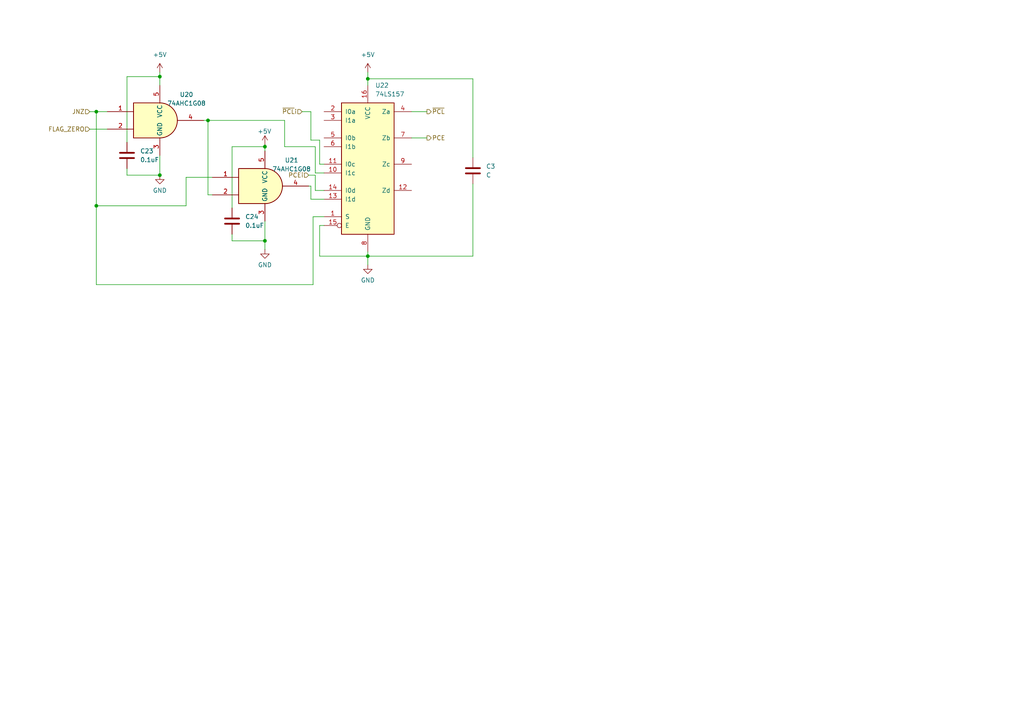
<source format=kicad_sch>
(kicad_sch (version 20250114) (generator "eeschema") (generator_version "9.0")
  (paper "A4")
  (lib_symbols
    (symbol "74xGxx:74AHC1G08"
      (property "Reference" "U" (at -2.54 3.81 0))
      (property "Value" "74AHC1G08" (at 0 -3.81 0))
      (symbol "74AHC1G08_0_1"
        (arc (start 0 5.08) (mid 5.0579 0) (end 0 -5.08) (stroke (width 0.254)) (fill (type background)))
        (polyline (pts (xy 0 -5.08) (xy -7.62 -5.08) (xy -7.62 5.08) (xy 0 5.08)) (stroke (width 0.254)) (fill (type background)))
      )
      (symbol "74AHC1G08_1_1"
        (pin input line (at -15.24 2.54 0) (length 7.62) (name "~") (number "1"))
        (pin input line (at -15.24 -2.54 0) (length 7.62) (name "~") (number "2"))
        (pin power_in line (at 0 10.16 270) (length 5.08) (name "VCC") (number "5"))
        (pin power_in line (at 0 -10.16 90) (length 5.08) (name "GND") (number "3"))
        (pin output line (at 12.7 0 180) (length 7.62) (name "~") (number "4"))
      )
    )
    (symbol "74xx:74LS157" (pin_names (offset 1.016))
      (property "Reference" "U" (at -7.62 19.05 0))
      (property "Value" "74LS157" (at -7.62 -21.59 0))
      (symbol "74LS157_1_0"
        (pin input line (at -12.7 15.24 0) (length 5.08) (name "I0a") (number "2"))
        (pin input line (at -12.7 12.7 0) (length 5.08) (name "I1a") (number "3"))
        (pin input line (at -12.7 7.62 0) (length 5.08) (name "I0b") (number "5"))
        (pin input line (at -12.7 5.08 0) (length 5.08) (name "I1b") (number "6"))
        (pin input line (at -12.7 0 0) (length 5.08) (name "I0c") (number "11"))
        (pin input line (at -12.7 -2.54 0) (length 5.08) (name "I1c") (number "10"))
        (pin input line (at -12.7 -7.62 0) (length 5.08) (name "I0d") (number "14"))
        (pin input line (at -12.7 -10.16 0) (length 5.08) (name "I1d") (number "13"))
        (pin input line (at -12.7 -15.24 0) (length 5.08) (name "S") (number "1"))
        (pin input inverted (at -12.7 -17.78 0) (length 5.08) (name "E") (number "15"))
        (pin power_in line (at 0 22.86 270) (length 5.08) (name "VCC") (number "16"))
        (pin power_in line (at 0 -25.4 90) (length 5.08) (name "GND") (number "8"))
        (pin output line (at 12.7 15.24 180) (length 5.08) (name "Za") (number "4"))
        (pin output line (at 12.7 7.62 180) (length 5.08) (name "Zb") (number "7"))
        (pin output line (at 12.7 0 180) (length 5.08) (name "Zc") (number "9"))
        (pin output line (at 12.7 -7.62 180) (length 5.08) (name "Zd") (number "12"))
      )
      (symbol "74LS157_1_1"
        (rectangle (start -7.62 17.78) (end 7.62 -20.32) (stroke (width 0.254)) (fill (type background)))
      )
    )
    (symbol "Device:C" (pin_numbers (hide yes)) (pin_names (offset 0.254))
      (property "Reference" "C" (at 0.635 2.54 0))
      (property "Value" "C" (at 0.635 -2.54 0))
      (symbol "C_0_1"
        (polyline (pts (xy -2.032 0.762) (xy 2.032 0.762)) (stroke (width 0.508)))
        (polyline (pts (xy -2.032 -0.762) (xy 2.032 -0.762)) (stroke (width 0.508)))
      )
      (symbol "C_1_1"
        (pin passive line (at 0 3.81 270) (length 2.794) (name "~") (number "1"))
        (pin passive line (at 0 -3.81 90) (length 2.794) (name "~") (number "2"))
      )
    )
    (symbol "power:+5V" (power) (pin_numbers (hide yes)) (pin_names (offset 0) (hide yes))
      (property "Value" "+5V" (at 0 3.556 0))
      (symbol "+5V_0_1"
        (polyline (pts (xy -0.762 1.27) (xy 0 2.54)))
        (polyline (pts (xy 0 2.54) (xy 0.762 1.27)))
        (polyline (pts (xy 0 0) (xy 0 2.54)))
      )
      (symbol "+5V_1_1"
        (pin power_in line (at 0 0 90) (length 0) (name "~") (number "1"))
      )
    )
    (symbol "power:GND" (power) (pin_numbers (hide yes)) (pin_names (offset 0) (hide yes))
      (property "Value" "GND" (at 0 -3.81 0))
      (symbol "GND_0_1"
        (polyline (pts (xy 0 0) (xy 0 -1.27) (xy 1.27 -1.27) (xy 0 -2.54) (xy -1.27 -1.27) (xy 0 -1.27)))
      )
      (symbol "GND_1_1"
        (pin power_in line (at 0 0 270) (length 0) (name "~") (number "1"))
      )
    )
  )
  (junction (at 76.835 69.85))
  (junction (at 76.835 42.545))
  (junction (at 27.94 32.385))
  (junction (at 46.355 22.225))
  (junction (at 60.325 34.925))
  (junction (at 106.68 74.295))
  (junction (at 46.355 50.8))
  (junction (at 27.94 59.69))
  (junction (at 106.68 22.86))
  (wire (pts (xy 67.31 69.85) (xy 76.835 69.85)))
  (wire (pts (xy 91.44 50.165) (xy 93.98 50.165)))
  (wire (pts (xy 137.16 53.34) (xy 137.16 74.295)))
  (wire (pts (xy 67.31 42.545) (xy 76.835 42.545)))
  (wire (pts (xy 91.44 42.545) (xy 91.44 50.165)))
  (wire (pts (xy 53.975 51.435) (xy 61.595 51.435)))
  (wire (pts (xy 89.535 53.975) (xy 90.17 53.975)))
  (wire (pts (xy 60.325 34.925) (xy 60.325 56.515)))
  (wire (pts (xy 67.31 60.325) (xy 67.31 42.545)))
  (wire (pts (xy 67.31 67.945) (xy 67.31 69.85)))
  (wire (pts (xy 76.835 42.545) (xy 76.835 43.815)))
  (wire (pts (xy 36.83 22.225) (xy 46.355 22.225)))
  (wire (pts (xy 90.805 82.55) (xy 90.805 62.865)))
  (wire (pts (xy 106.68 22.86) (xy 106.68 24.765)))
  (wire (pts (xy 90.17 57.785) (xy 93.98 57.785)))
  (wire (pts (xy 36.83 50.8) (xy 46.355 50.8)))
  (wire (pts (xy 27.94 32.385) (xy 31.115 32.385)))
  (wire (pts (xy 137.16 22.86) (xy 137.16 45.72)))
  (wire (pts (xy 60.325 56.515) (xy 61.595 56.515)))
  (wire (pts (xy 91.44 50.8) (xy 91.44 55.245)))
  (wire (pts (xy 46.355 45.085) (xy 46.355 50.8)))
  (wire (pts (xy 46.355 20.955) (xy 46.355 22.225)))
  (wire (pts (xy 106.68 22.86) (xy 137.16 22.86)))
  (wire (pts (xy 53.975 59.69) (xy 53.975 51.435)))
  (wire (pts (xy 106.68 20.955) (xy 106.68 22.86)))
  (wire (pts (xy 82.55 42.545) (xy 91.44 42.545)))
  (wire (pts (xy 92.71 65.405) (xy 92.71 74.295)))
  (wire (pts (xy 90.805 62.865) (xy 93.98 62.865)))
  (wire (pts (xy 36.83 41.275) (xy 36.83 22.225)))
  (wire (pts (xy 123.825 40.005) (xy 119.38 40.005)))
  (wire (pts (xy 92.71 40.64) (xy 92.71 47.625)))
  (wire (pts (xy 26.035 32.385) (xy 27.94 32.385)))
  (wire (pts (xy 26.035 37.465) (xy 31.115 37.465)))
  (wire (pts (xy 89.535 50.8) (xy 91.44 50.8)))
  (wire (pts (xy 27.94 32.385) (xy 27.94 59.69)))
  (wire (pts (xy 36.83 48.895) (xy 36.83 50.8)))
  (wire (pts (xy 60.325 34.925) (xy 82.55 34.925)))
  (wire (pts (xy 90.17 32.385) (xy 90.17 40.64)))
  (wire (pts (xy 76.835 64.135) (xy 76.835 69.85)))
  (wire (pts (xy 92.71 74.295) (xy 106.68 74.295)))
  (wire (pts (xy 92.71 65.405) (xy 93.98 65.405)))
  (wire (pts (xy 87.63 32.385) (xy 90.17 32.385)))
  (wire (pts (xy 106.68 73.025) (xy 106.68 74.295)))
  (wire (pts (xy 106.68 74.295) (xy 106.68 76.835)))
  (wire (pts (xy 27.94 59.69) (xy 27.94 82.55)))
  (wire (pts (xy 76.835 41.91) (xy 76.835 42.545)))
  (wire (pts (xy 59.055 34.925) (xy 60.325 34.925)))
  (wire (pts (xy 92.71 47.625) (xy 93.98 47.625)))
  (wire (pts (xy 90.17 40.64) (xy 92.71 40.64)))
  (wire (pts (xy 90.17 53.975) (xy 90.17 57.785)))
  (wire (pts (xy 119.38 32.385) (xy 123.825 32.385)))
  (wire (pts (xy 82.55 34.925) (xy 82.55 42.545)))
  (wire (pts (xy 106.68 74.295) (xy 137.16 74.295)))
  (wire (pts (xy 46.355 22.225) (xy 46.355 24.765)))
  (wire (pts (xy 27.94 82.55) (xy 90.805 82.55)))
  (wire (pts (xy 27.94 59.69) (xy 53.975 59.69)))
  (wire (pts (xy 76.835 69.85) (xy 76.835 72.39)))
  (wire (pts (xy 91.44 55.245) (xy 93.98 55.245)))
  (hierarchical_label "PCEi" (shape input) (at 89.535 50.8 180))
  (hierarchical_label "JNZ" (shape input) (at 26.035 32.385 180))
  (hierarchical_label "PCE" (shape output) (at 123.825 40.005 0))
  (hierarchical_label "~{PCL}i" (shape input) (at 87.63 32.385 180))
  (hierarchical_label "~{PCL}" (shape output) (at 123.825 32.385 0))
  (hierarchical_label "FLAG_ZERO" (shape input) (at 26.035 37.465 180))
  (symbol (lib_id "power:+5V") (at 76.835 41.91 0) (unit 1)
    (property "Reference" "#PWR038" (effects (hide yes)))
    (property "Value" "+5V" (at 76.708 38.1 0))
    (property "Description" "Power symbol creates a global label with name \"+5V\"" (effects (hide yes)))
  )
  (symbol (lib_id "power:GND") (at 106.68 76.835 0) (unit 1)
    (property "Reference" "#PWR041" (effects (hide yes)))
    (property "Value" "GND" (at 106.68 81.28 0))
    (property "Description" "Power symbol creates a global label with name \"GND\" , ground" (effects (hide yes)))
  )
  (symbol (lib_id "74xGxx:74AHC1G08") (at 46.355 34.925 0) (unit 1)
    (property "Reference" "U20" (at 54.102 27.432 0))
    (property "Value" "74AHC1G08" (at 54.102 29.972 0))
    (property "Footprint" "Package_TO_SOT_SMD:SOT-23-5" (effects (hide yes)))
    (property "Datasheet" "http://www.ti.com/lit/sg/scyt129e/scyt129e.pdf" (effects (hide yes)))
    (property "Description" "Single AND Gate, Low-Voltage CMOS" (effects (hide yes)))
  )
  (symbol (lib_id "power:+5V") (at 46.355 20.955 0) (unit 1)
    (property "Reference" "#PWR036" (effects (hide yes)))
    (property "Value" "+5V" (at 46.355 15.875 0))
    (property "Description" "Power symbol creates a global label with name \"+5V\"" (effects (hide yes)))
  )
  (symbol (lib_id "74xx:74LS157") (at 106.68 47.625 0) (unit 1)
    (property "Reference" "U22" (at 108.8233 24.765 0) (effects (justify left)))
    (property "Value" "74LS157" (at 108.8233 27.305 0) (effects (justify left)))
    (property "Footprint" "Package_SO:SOIC-16_3.9x9.9mm_P1.27mm" (effects (hide yes)))
    (property "Datasheet" "http://www.ti.com/lit/gpn/sn74LS157" (effects (hide yes)))
    (property "Description" "Quad 2 to 1 line Multiplexer" (effects (hide yes)))
  )
  (symbol (lib_id "Device:C") (at 137.16 49.53 0) (unit 1)
    (property "Reference" "C3" (at 140.97 48.2599 0) (effects (justify left)))
    (property "Value" "C" (at 140.97 50.7999 0) (effects (justify left)))
    (property "Footprint" "Capacitor_SMD:C_0603_1608Metric" (effects (hide yes)))
    (property "Description" "Unpolarized capacitor" (effects (hide yes)))
  )
  (symbol (lib_id "Device:C") (at 36.83 45.085 0) (unit 1)
    (property "Reference" "C23" (at 40.64 43.8149 0) (effects (justify left)))
    (property "Value" "0.1uF" (at 40.64 46.3549 0) (effects (justify left)))
    (property "Footprint" "Capacitor_SMD:C_0603_1608Metric" (effects (hide yes)))
    (property "Description" "Unpolarized capacitor" (effects (hide yes)))
  )
  (symbol (lib_id "74xGxx:74AHC1G08") (at 76.835 53.975 0) (unit 1)
    (property "Reference" "U21" (at 84.582 46.482 0))
    (property "Value" "74AHC1G08" (at 84.582 49.022 0))
    (property "Footprint" "Package_TO_SOT_SMD:SOT-23-5" (effects (hide yes)))
    (property "Datasheet" "http://www.ti.com/lit/sg/scyt129e/scyt129e.pdf" (effects (hide yes)))
    (property "Description" "Single AND Gate, Low-Voltage CMOS" (effects (hide yes)))
  )
  (symbol (lib_id "power:GND") (at 46.355 50.8 0) (unit 1)
    (property "Reference" "#PWR037" (effects (hide yes)))
    (property "Value" "GND" (at 46.355 55.245 0))
    (property "Description" "Power symbol creates a global label with name \"GND\" , ground" (effects (hide yes)))
  )
  (symbol (lib_id "Device:C") (at 67.31 64.135 0) (unit 1)
    (property "Reference" "C24" (at 71.12 62.8649 0) (effects (justify left)))
    (property "Value" "0.1uF" (at 71.12 65.4049 0) (effects (justify left)))
    (property "Footprint" "Capacitor_SMD:C_0603_1608Metric" (effects (hide yes)))
    (property "Description" "Unpolarized capacitor" (effects (hide yes)))
  )
  (symbol (lib_id "power:+5V") (at 106.68 20.955 0) (unit 1)
    (property "Reference" "#PWR040" (effects (hide yes)))
    (property "Value" "+5V" (at 106.68 15.875 0))
    (property "Description" "Power symbol creates a global label with name \"+5V\"" (effects (hide yes)))
  )
  (symbol (lib_id "power:GND") (at 76.835 72.39 0) (unit 1)
    (property "Reference" "#PWR039" (effects (hide yes)))
    (property "Value" "GND" (at 76.835 76.835 0))
    (property "Description" "Power symbol creates a global label with name \"GND\" , ground" (effects (hide yes)))
  )
)
</source>
